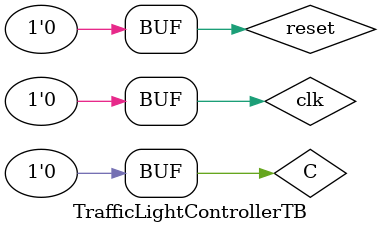
<source format=v>
`timescale 1ps/1ps

module TrafficLightControllerTB;


    parameter t_PERIOD = 100;
    reg clk, reset, C;
    wire[1:0] highwayLights, nitkRoadLights;
    wire ST;

    // clock generation
    initial
        repeat(50) 
            #(t_PERIOD/2) clk <= ~clk;

    TrafficLightControllerTop #(.TS_VALUE(2), .TLH_VALUE(8), .TLN_VALUE(5)) 
    uut(clk, reset, C, highwayLights, nitkRoadLights);

    // file handling
    initial begin
        clk = 0; reset = 1; C = 0;
        #(t_PERIOD*4);

        reset = 0;
        #(t_PERIOD*4+10);

        C = 1;
        #(t_PERIOD*10)

        C = 0;

        // TLH = 0; TS = 1;
        // #(t_PERIOD*4)

        // TS = 0; TLN = 1;
        // #(t_PERIOD*4)  

        // TLN = 0; TS = 1;
        // #(t_PERIOD*4); 
    end

    initial begin
        $display("Traffic light controller simulation");
        $monitor("At time %t, clk=%b, reset=%b, C=%b, highwayLights=%2b, nitkRoadLights=%2b\n",$time, clk, reset, C, highwayLights, nitkRoadLights);
//        $dumpfile("TrafficLightController.vcd");
//        $dumpvars(0,TrafficLightControllerTB);
    end

    



endmodule
</source>
